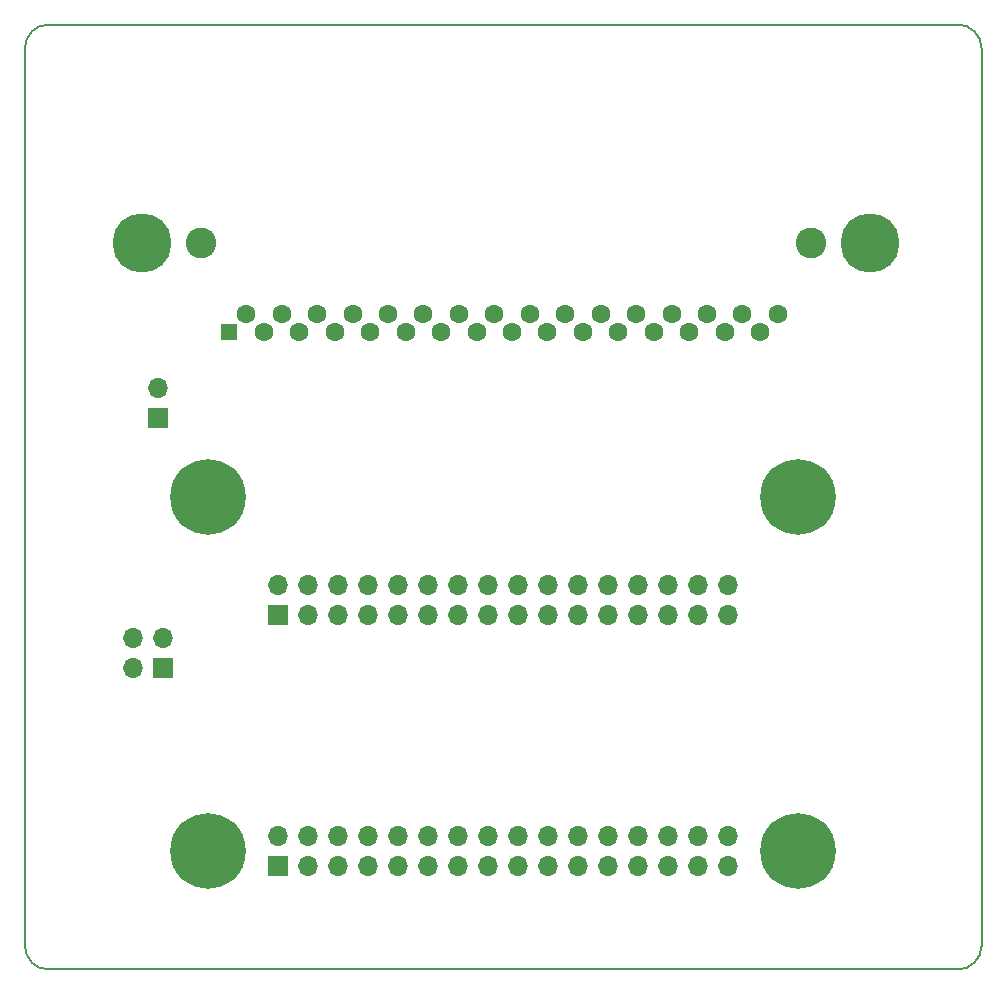
<source format=gbr>
G04 #@! TF.GenerationSoftware,KiCad,Pcbnew,5.1.5-52549c5~84~ubuntu19.10.1*
G04 #@! TF.CreationDate,2020-02-14T21:39:38+02:00*
G04 #@! TF.ProjectId,GB-BRK-SLOT-B,47422d42-524b-42d5-934c-4f542d422e6b,v1.0*
G04 #@! TF.SameCoordinates,Original*
G04 #@! TF.FileFunction,Soldermask,Bot*
G04 #@! TF.FilePolarity,Negative*
%FSLAX46Y46*%
G04 Gerber Fmt 4.6, Leading zero omitted, Abs format (unit mm)*
G04 Created by KiCad (PCBNEW 5.1.5-52549c5~84~ubuntu19.10.1) date 2020-02-14 21:39:38*
%MOMM*%
%LPD*%
G04 APERTURE LIST*
%ADD10C,0.150000*%
%ADD11R,1.400000X1.400000*%
%ADD12C,1.600000*%
%ADD13C,5.000000*%
%ADD14C,2.600000*%
%ADD15O,1.700000X1.700000*%
%ADD16R,1.700000X1.700000*%
%ADD17C,0.800000*%
%ADD18C,6.400000*%
G04 APERTURE END LIST*
D10*
X128000000Y-148000000D02*
G75*
G02X126000000Y-150000000I-2000000J0D01*
G01*
X49000000Y-150000000D02*
G75*
G02X47000000Y-148000000I0J2000000D01*
G01*
X47000000Y-72000000D02*
G75*
G02X49000000Y-70000000I2000000J0D01*
G01*
X126000000Y-70000000D02*
G75*
G02X128000000Y-72000000I0J-2000000D01*
G01*
X128000000Y-72000000D02*
X128000000Y-148000000D01*
X49000000Y-70000000D02*
X126000000Y-70000000D01*
X49000000Y-150000000D02*
X126000000Y-150000000D01*
X47000000Y-72000000D02*
X47000000Y-148000000D01*
D11*
X64250000Y-96000000D03*
D12*
X65750000Y-94500000D03*
X67250000Y-96000000D03*
X68750000Y-94500000D03*
X70250000Y-96000000D03*
X71750000Y-94500000D03*
X73250000Y-96000000D03*
X74750000Y-94500000D03*
X76250000Y-96000000D03*
X77750000Y-94500000D03*
X79250000Y-96000000D03*
X80750000Y-94500000D03*
X82250000Y-96000000D03*
X83750000Y-94500000D03*
X85250000Y-96000000D03*
X86750000Y-94500000D03*
X88250000Y-96000000D03*
X89750000Y-94500000D03*
X91250000Y-96000000D03*
X92750000Y-94500000D03*
X94250000Y-96000000D03*
X95750000Y-94500000D03*
X97250000Y-96000000D03*
X98750000Y-94500000D03*
X100250000Y-96000000D03*
X101750000Y-94500000D03*
X103250000Y-96000000D03*
X104750000Y-94500000D03*
X106250000Y-96000000D03*
X107750000Y-94500000D03*
X109250000Y-96000000D03*
X110750000Y-94500000D03*
D13*
X56950000Y-88500000D03*
D14*
X61950000Y-88500000D03*
X113550000Y-88500000D03*
D13*
X118550000Y-88500000D03*
D15*
X58300000Y-100760000D03*
D16*
X58300000Y-103300000D03*
D15*
X106550000Y-117460000D03*
X106550000Y-120000000D03*
X104010000Y-117460000D03*
X104010000Y-120000000D03*
X101470000Y-117460000D03*
X101470000Y-120000000D03*
X98930000Y-117460000D03*
X98930000Y-120000000D03*
X96390000Y-117460000D03*
X96390000Y-120000000D03*
X93850000Y-117460000D03*
X93850000Y-120000000D03*
X91310000Y-117460000D03*
X91310000Y-120000000D03*
X88770000Y-117460000D03*
X88770000Y-120000000D03*
X86230000Y-117460000D03*
X86230000Y-120000000D03*
X83690000Y-117460000D03*
X83690000Y-120000000D03*
X81150000Y-117460000D03*
X81150000Y-120000000D03*
X78610000Y-117460000D03*
X78610000Y-120000000D03*
X76070000Y-117460000D03*
X76070000Y-120000000D03*
X73530000Y-117460000D03*
X73530000Y-120000000D03*
X70990000Y-117460000D03*
X70990000Y-120000000D03*
X68450000Y-117460000D03*
D16*
X68450000Y-120000000D03*
D15*
X106550000Y-138730000D03*
X106550000Y-141270000D03*
X104010000Y-138730000D03*
X104010000Y-141270000D03*
X101470000Y-138730000D03*
X101470000Y-141270000D03*
X98930000Y-138730000D03*
X98930000Y-141270000D03*
X96390000Y-138730000D03*
X96390000Y-141270000D03*
X93850000Y-138730000D03*
X93850000Y-141270000D03*
X91310000Y-138730000D03*
X91310000Y-141270000D03*
X88770000Y-138730000D03*
X88770000Y-141270000D03*
X86230000Y-138730000D03*
X86230000Y-141270000D03*
X83690000Y-138730000D03*
X83690000Y-141270000D03*
X81150000Y-138730000D03*
X81150000Y-141270000D03*
X78610000Y-138730000D03*
X78610000Y-141270000D03*
X76070000Y-138730000D03*
X76070000Y-141270000D03*
X73530000Y-138730000D03*
X73530000Y-141270000D03*
X70990000Y-138730000D03*
X70990000Y-141270000D03*
X68450000Y-138730000D03*
D16*
X68450000Y-141270000D03*
D15*
X56170000Y-121960000D03*
X58710000Y-121960000D03*
X56170000Y-124500000D03*
D16*
X58710000Y-124500000D03*
D17*
X64197056Y-108302944D03*
X62500000Y-107600000D03*
X60802944Y-108302944D03*
X60100000Y-110000000D03*
X60802944Y-111697056D03*
X62500000Y-112400000D03*
X64197056Y-111697056D03*
X64900000Y-110000000D03*
D18*
X62500000Y-110000000D03*
D17*
X114197056Y-108302944D03*
X112500000Y-107600000D03*
X110802944Y-108302944D03*
X110100000Y-110000000D03*
X110802944Y-111697056D03*
X112500000Y-112400000D03*
X114197056Y-111697056D03*
X114900000Y-110000000D03*
D18*
X112500000Y-110000000D03*
D17*
X64197056Y-138302944D03*
X62500000Y-137600000D03*
X60802944Y-138302944D03*
X60100000Y-140000000D03*
X60802944Y-141697056D03*
X62500000Y-142400000D03*
X64197056Y-141697056D03*
X64900000Y-140000000D03*
D18*
X62500000Y-140000000D03*
D17*
X114197056Y-138302944D03*
X112500000Y-137600000D03*
X110802944Y-138302944D03*
X110100000Y-140000000D03*
X110802944Y-141697056D03*
X112500000Y-142400000D03*
X114197056Y-141697056D03*
X114900000Y-140000000D03*
D18*
X112500000Y-140000000D03*
M02*

</source>
